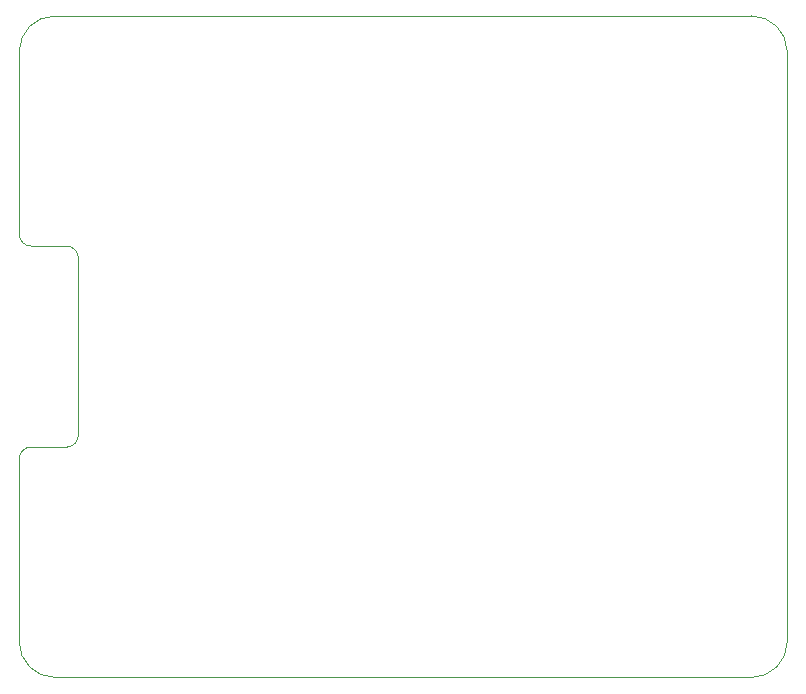
<source format=gko>
G04 Layer_Color=16711935*
%FSLAX25Y25*%
%MOIN*%
G70*
G01*
G75*
%ADD47C,0.00000*%
D47*
X-13800Y-194800D02*
G03*
X-1900Y-206700I11900J0D01*
G01*
X230300D02*
G03*
X242200Y-194800I0J11900D01*
G01*
Y2000D02*
G03*
X230300Y13800I-11850J-50D01*
G01*
X-1900D02*
G03*
X-13800Y2000I-50J-11850D01*
G01*
Y-59000D02*
G03*
X-9800Y-62900I3950J50D01*
G01*
X5900Y-66900D02*
G03*
X2000Y-62900I-3950J50D01*
G01*
Y-129900D02*
G03*
X5900Y-125900I-50J3950D01*
G01*
X-9800Y-129900D02*
G03*
X-13800Y-133800I-50J-3950D01*
G01*
X-1900Y-206700D02*
X230300D01*
X242200Y-194800D02*
Y2000D01*
X-1900Y13800D02*
X230300D01*
X-13800Y-59000D02*
Y2000D01*
X-9800Y-62900D02*
X2000D01*
X5900Y-125900D02*
Y-66900D01*
X-9800Y-129900D02*
X2000D01*
X-13800Y-194800D02*
Y-133800D01*
M02*

</source>
